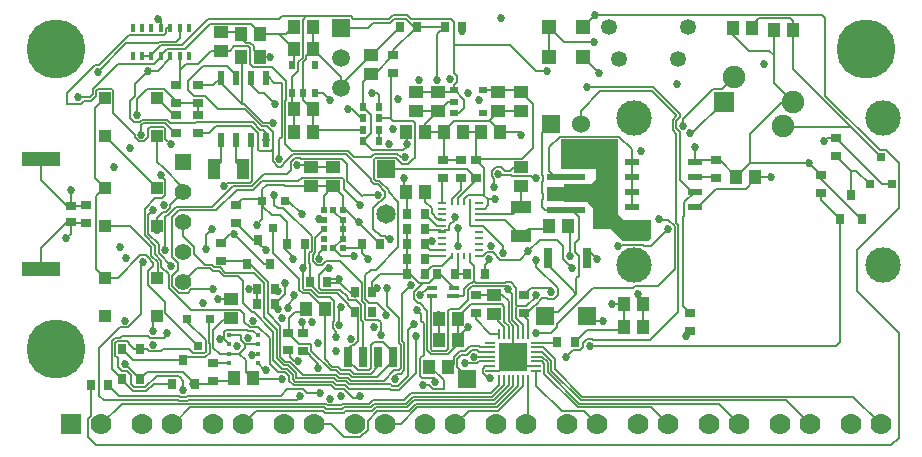
<source format=gtl>
G04*
G04 #@! TF.GenerationSoftware,Altium Limited,CircuitStudio,1.5.2 (1.5.2.30)*
G04*
G04 Layer_Physical_Order=1*
G04 Layer_Color=39423*
%FSAX24Y24*%
%MOIN*%
G70*
G01*
G75*
%ADD10R,0.0709X0.0394*%
%ADD11R,0.1299X0.0197*%
%ADD12R,0.1299X0.0512*%
%ADD13R,0.0197X0.0197*%
%ADD14R,0.0394X0.0138*%
%ADD15R,0.0354X0.0138*%
%ADD16R,0.0315X0.0709*%
%ADD17R,0.0299X0.0299*%
%ADD18R,0.0217X0.0315*%
%ADD19R,0.0315X0.0354*%
%ADD20R,0.0512X0.0236*%
%ADD21R,0.0492X0.0480*%
%ADD22R,0.0236X0.0512*%
%ADD23R,0.0591X0.0591*%
%ADD24R,0.0079X0.0335*%
%ADD25R,0.0335X0.0079*%
%ADD26O,0.0335X0.0079*%
%ADD27R,0.0945X0.0945*%
%ADD28R,0.0138X0.0295*%
%ADD29R,0.1260X0.0512*%
%ADD30R,0.0295X0.0709*%
%ADD31R,0.0266X0.0098*%
%ADD32R,0.0098X0.0226*%
%ADD33R,0.0157X0.0157*%
%ADD34R,0.0236X0.0283*%
%ADD35R,0.0394X0.0512*%
%ADD36R,0.0394X0.0394*%
%ADD37R,0.0354X0.0315*%
%ADD38R,0.0591X0.0591*%
%ADD39R,0.0315X0.0354*%
%ADD40R,0.0512X0.0394*%
%ADD41R,0.0276X0.0354*%
%ADD42R,0.0354X0.0276*%
%ADD43R,0.0315X0.0217*%
%ADD44R,0.0394X0.0709*%
%ADD45C,0.0060*%
%ADD46C,0.0080*%
%ADD47C,0.0530*%
%ADD48C,0.0700*%
%ADD49R,0.0700X0.0700*%
%ADD50C,0.0550*%
%ADD51R,0.0550X0.0550*%
%ADD52C,0.1181*%
%ADD53R,0.0650X0.0650*%
%ADD54C,0.0750*%
%ADD55C,0.1969*%
%ADD56C,0.0591*%
%ADD57C,0.0600*%
%ADD58R,0.0600X0.0600*%
%ADD59C,0.0650*%
%ADD60C,0.0270*%
G36*
X030250Y018000D02*
X030400Y017800D01*
X031350D01*
Y017200D01*
X031250Y017100D01*
X030400D01*
X030000Y017500D01*
X029400D01*
Y018200D01*
X029250Y018350D01*
Y018400D01*
X028450D01*
Y019000D01*
X029350D01*
X029500Y019150D01*
Y019500D01*
X028350D01*
Y020500D01*
X030250D01*
Y018000D01*
D02*
G37*
D10*
X027000Y018242D02*
D03*
Y017258D02*
D03*
D11*
X028500Y018130D02*
D03*
Y019232D02*
D03*
D12*
Y018681D02*
D03*
D13*
X020750Y018130D02*
D03*
X020435D02*
D03*
Y017815D02*
D03*
Y017500D02*
D03*
Y017185D02*
D03*
Y016870D02*
D03*
X020750D02*
D03*
X021065D02*
D03*
Y017185D02*
D03*
Y017500D02*
D03*
Y017815D02*
D03*
Y018130D02*
D03*
D14*
X024754Y015262D02*
D03*
D15*
X024774Y015538D02*
D03*
X024026Y015262D02*
D03*
Y015538D02*
D03*
D16*
X021250Y013250D02*
D03*
X021750D02*
D03*
X022250D02*
D03*
X022750D02*
D03*
D17*
X018750Y017548D02*
D03*
X019124Y018450D02*
D03*
X018376D02*
D03*
X039000Y019902D02*
D03*
X038626Y019000D02*
D03*
X039374D02*
D03*
X016250Y013598D02*
D03*
X016624Y014500D02*
D03*
X015876Y014500D02*
D03*
D18*
X019750Y022028D02*
D03*
X019376D02*
D03*
X020124D02*
D03*
Y022972D02*
D03*
X019376D02*
D03*
D19*
X018250Y017144D02*
D03*
X018624Y016356D02*
D03*
X017876D02*
D03*
X038000Y018644D02*
D03*
X038374Y017856D02*
D03*
X037626D02*
D03*
X015750Y013144D02*
D03*
X016124Y012356D02*
D03*
X015376D02*
D03*
D20*
X032793Y018250D02*
D03*
Y018750D02*
D03*
Y019250D02*
D03*
Y019750D02*
D03*
X030707Y018250D02*
D03*
Y018750D02*
D03*
Y019250D02*
D03*
Y019750D02*
D03*
D21*
X027929Y024250D02*
D03*
X029071D02*
D03*
X027929Y023250D02*
D03*
X029071D02*
D03*
D22*
X018500Y022543D02*
D03*
X018000D02*
D03*
X017500D02*
D03*
X017000D02*
D03*
X018500Y020457D02*
D03*
X018000Y020457D02*
D03*
X017500D02*
D03*
X017000Y020457D02*
D03*
D23*
X029189Y014600D02*
D03*
X027811D02*
D03*
D24*
X026278Y014018D02*
D03*
X026435D02*
D03*
X026593D02*
D03*
X026750D02*
D03*
X026907D02*
D03*
X027065D02*
D03*
X027222D02*
D03*
Y012482D02*
D03*
X027065D02*
D03*
X026907D02*
D03*
X026750D02*
D03*
X026593D02*
D03*
X026435D02*
D03*
X026278D02*
D03*
D25*
X027518Y013722D02*
D03*
Y013565D02*
D03*
Y013407D02*
D03*
Y013250D02*
D03*
Y013093D02*
D03*
Y012935D02*
D03*
Y012778D02*
D03*
X025982D02*
D03*
Y012935D02*
D03*
Y013093D02*
D03*
Y013250D02*
D03*
Y013407D02*
D03*
Y013565D02*
D03*
D26*
Y013722D02*
D03*
D27*
X026750Y013250D02*
D03*
D28*
X015945Y024222D02*
D03*
X015630D02*
D03*
X015315D02*
D03*
X015000D02*
D03*
X014685D02*
D03*
X014370D02*
D03*
X014055D02*
D03*
X015945Y023278D02*
D03*
X015630D02*
D03*
X015315D02*
D03*
X015000D02*
D03*
X014685D02*
D03*
X014370D02*
D03*
X014055D02*
D03*
D29*
X011000Y019831D02*
D03*
Y016169D02*
D03*
D30*
X029190Y016550D02*
D03*
X027910D02*
D03*
D31*
X024386Y016614D02*
D03*
Y016811D02*
D03*
Y017008D02*
D03*
Y017205D02*
D03*
Y017402D02*
D03*
Y017598D02*
D03*
Y017795D02*
D03*
Y017992D02*
D03*
Y018189D02*
D03*
Y018386D02*
D03*
X025614Y016614D02*
D03*
Y016811D02*
D03*
Y017008D02*
D03*
Y017205D02*
D03*
Y017402D02*
D03*
Y017598D02*
D03*
Y017795D02*
D03*
Y017992D02*
D03*
Y018189D02*
D03*
Y018386D02*
D03*
D32*
X025295Y018409D02*
D03*
X025098D02*
D03*
X024902D02*
D03*
X024705D02*
D03*
Y016591D02*
D03*
X024902D02*
D03*
X025098D02*
D03*
X025295D02*
D03*
D33*
X017278Y013972D02*
D03*
Y013657D02*
D03*
Y013343D02*
D03*
Y013028D02*
D03*
X018222D02*
D03*
Y013343D02*
D03*
Y013657D02*
D03*
Y013972D02*
D03*
D34*
X021724Y021573D02*
D03*
Y021191D02*
D03*
Y020809D02*
D03*
Y020427D02*
D03*
X022276Y021573D02*
D03*
Y021191D02*
D03*
Y020809D02*
D03*
Y020427D02*
D03*
D35*
X023185Y020750D02*
D03*
X023815D02*
D03*
X017685Y023250D02*
D03*
X018315D02*
D03*
X019435Y020750D02*
D03*
X020065D02*
D03*
X019435Y021500D02*
D03*
X020065D02*
D03*
X019435Y023500D02*
D03*
X020065D02*
D03*
X019435Y024250D02*
D03*
X020065D02*
D03*
X030435Y014250D02*
D03*
X031065D02*
D03*
X030435Y015000D02*
D03*
X031065D02*
D03*
X024565Y012900D02*
D03*
X023935D02*
D03*
X034815Y019250D02*
D03*
X034185D02*
D03*
X018315Y024000D02*
D03*
X017685D02*
D03*
X020465Y014850D02*
D03*
X019835D02*
D03*
X028565Y017600D02*
D03*
X027935D02*
D03*
X024435Y020750D02*
D03*
X025065D02*
D03*
X026315D02*
D03*
X025685D02*
D03*
X023185Y018750D02*
D03*
X023815D02*
D03*
X018065Y012550D02*
D03*
X017435D02*
D03*
X024915Y013800D02*
D03*
X024285D02*
D03*
X024915Y014500D02*
D03*
X024285D02*
D03*
X036065Y024150D02*
D03*
X035435D02*
D03*
X034715Y024200D02*
D03*
X034085D02*
D03*
D36*
X013134Y014620D02*
D03*
Y015880D02*
D03*
X014866D02*
D03*
Y014620D02*
D03*
X013134Y020620D02*
D03*
Y021880D02*
D03*
X014866D02*
D03*
Y020620D02*
D03*
X013134Y017620D02*
D03*
Y018880D02*
D03*
X014866D02*
D03*
Y017620D02*
D03*
D37*
X012000Y017724D02*
D03*
Y018276D02*
D03*
X019250Y014026D02*
D03*
Y013474D02*
D03*
D38*
X025200Y012500D02*
D03*
X022500Y019500D02*
D03*
X021000Y024200D02*
D03*
D39*
X022974Y024250D02*
D03*
X023526D02*
D03*
X019974Y015750D02*
D03*
X020526D02*
D03*
D40*
X023500Y022065D02*
D03*
Y021435D02*
D03*
X024250Y022065D02*
D03*
X024250Y021435D02*
D03*
X026250Y022065D02*
D03*
Y021435D02*
D03*
X027000Y022065D02*
D03*
Y021435D02*
D03*
X026100Y014685D02*
D03*
Y015315D02*
D03*
X017000Y023435D02*
D03*
Y024065D02*
D03*
X027000Y019565D02*
D03*
Y018935D02*
D03*
X017350Y014535D02*
D03*
Y015165D02*
D03*
X020000Y018935D02*
D03*
Y019565D02*
D03*
X020750Y018935D02*
D03*
Y019565D02*
D03*
X022000Y022685D02*
D03*
Y023315D02*
D03*
D41*
X025045Y024250D02*
D03*
X024455D02*
D03*
X018205Y015500D02*
D03*
X018795D02*
D03*
X012655Y012300D02*
D03*
X013245D02*
D03*
X021455Y015400D02*
D03*
X022045D02*
D03*
X028795Y013750D02*
D03*
X028205D02*
D03*
X023205Y017000D02*
D03*
X023795D02*
D03*
X023205Y017500D02*
D03*
X023795D02*
D03*
X023205Y016000D02*
D03*
X023795D02*
D03*
X023205Y016500D02*
D03*
X023795D02*
D03*
X024205Y016000D02*
D03*
X024795D02*
D03*
X023795Y018000D02*
D03*
X023205D02*
D03*
X025205Y016000D02*
D03*
X025795D02*
D03*
X019205Y017000D02*
D03*
X019795D02*
D03*
X022295Y017000D02*
D03*
X021705D02*
D03*
X014295Y013500D02*
D03*
X013705D02*
D03*
X013705Y012500D02*
D03*
X014295D02*
D03*
X021455Y014750D02*
D03*
X022045D02*
D03*
X018205Y015000D02*
D03*
X018795D02*
D03*
D42*
X016250Y021705D02*
D03*
Y022295D02*
D03*
X016250Y021295D02*
D03*
Y020705D02*
D03*
X019750Y014045D02*
D03*
Y013455D02*
D03*
X015500Y021295D02*
D03*
Y020705D02*
D03*
X033500Y019205D02*
D03*
Y019795D02*
D03*
X027100Y014705D02*
D03*
Y015295D02*
D03*
X025500Y019795D02*
D03*
Y019205D02*
D03*
X015500Y021705D02*
D03*
Y022295D02*
D03*
X025000Y019205D02*
D03*
Y019795D02*
D03*
X024400Y019205D02*
D03*
Y019795D02*
D03*
X016750Y013045D02*
D03*
Y012455D02*
D03*
X037500Y020545D02*
D03*
Y019955D02*
D03*
X037000Y018705D02*
D03*
Y019295D02*
D03*
X012500Y018295D02*
D03*
Y017705D02*
D03*
X017500Y018295D02*
D03*
Y017705D02*
D03*
X022750Y023295D02*
D03*
Y022705D02*
D03*
X017000Y016455D02*
D03*
Y017045D02*
D03*
X025500Y014705D02*
D03*
Y015295D02*
D03*
X032650Y014105D02*
D03*
Y014695D02*
D03*
D43*
X024778Y021750D02*
D03*
Y022124D02*
D03*
Y021376D02*
D03*
X025722D02*
D03*
Y022124D02*
D03*
D44*
X016758Y019500D02*
D03*
X017742D02*
D03*
D45*
X032495Y013950D02*
X032650Y014105D01*
X032700Y018750D02*
X032792D01*
X032400Y014945D02*
X032650Y014695D01*
X032400Y014945D02*
Y017900D01*
X032450Y017950D01*
X032125Y016175D02*
Y017593D01*
X031918Y017800D02*
X032125Y017593D01*
X032180Y017708D02*
X032245Y017643D01*
Y014745D02*
Y017643D01*
X031350Y016950D02*
X031900Y017500D01*
X031600Y017800D02*
Y017850D01*
X032450Y017950D02*
Y018089D01*
X032447Y018092D02*
X032450Y018089D01*
X032447Y018092D02*
Y018405D01*
X032792Y018750D01*
X032793D01*
X036020Y024650D02*
X036024Y024646D01*
X029471Y024650D02*
X036020D01*
X035970Y024530D02*
X036065Y024435D01*
X034600Y023450D02*
X035285D01*
X034085Y023965D02*
X034600Y023450D01*
X034085Y023965D02*
Y024300D01*
X036065Y022837D02*
Y024435D01*
X034715Y024300D02*
X034945Y024530D01*
X035970D01*
X035285Y023450D02*
X035435Y023300D01*
Y024300D01*
Y022385D02*
Y023300D01*
Y022385D02*
X036070Y021750D01*
X036065Y022837D02*
X038002Y020900D01*
X037150Y021950D02*
X038959Y020141D01*
X037150Y021950D02*
Y024545D01*
X037049Y024646D02*
X037150Y024545D01*
X036024Y024646D02*
X037049D01*
X039187Y020141D02*
X039614Y019714D01*
X038959Y020141D02*
X039187D01*
X019139Y018949D02*
X019986D01*
X019587Y019102D02*
X019707Y019222D01*
X019156Y019102D02*
X019587D01*
X019149Y019108D02*
X019156Y019102D01*
X018368Y019108D02*
X019149D01*
X019190Y019335D02*
X019325Y019470D01*
X018425Y019335D02*
X019190D01*
X019000Y019582D02*
X019175Y019757D01*
X018900Y019582D02*
X019000D01*
X018725Y019757D02*
X018900Y019582D01*
X018950Y019850D02*
Y020500D01*
X019100Y018988D02*
X019139Y018949D01*
X018538Y018988D02*
X019100D01*
X019086Y018198D02*
X020023Y017261D01*
X019205Y017000D02*
Y017740D01*
X018987Y017958D02*
X019205Y017740D01*
X025369Y015722D02*
X025433Y015786D01*
X024754Y015262D02*
X025062D01*
X025315Y015722D02*
X025369D01*
X025113Y015520D02*
X025315Y015722D01*
X025113Y015313D02*
Y015520D01*
X025062Y015262D02*
X025113Y015313D01*
X024646Y014846D02*
X024946D01*
X024572Y014772D02*
X024646Y014846D01*
X024572Y013507D02*
Y014772D01*
X024946Y014846D02*
X025233Y015133D01*
X024915Y014562D02*
X025353Y015000D01*
X024915Y014500D02*
Y014562D01*
X023205Y017000D02*
Y017500D01*
X022915Y016896D02*
Y018423D01*
X022165Y016145D02*
X022915Y016896D01*
X022553Y017184D02*
X022628D01*
X021600Y017695D02*
X022295Y017000D01*
X021600Y017695D02*
Y017750D01*
X022524Y014945D02*
Y015549D01*
X020311Y017930D02*
X020426Y017815D01*
X020270Y017837D02*
Y017889D01*
X020311Y017930D01*
X020435Y018620D02*
X020750Y018935D01*
X020435Y018130D02*
Y018620D01*
X019250Y018450D02*
X019700Y018000D01*
X019707Y019222D02*
X021043D01*
X020000Y018935D02*
X020750D01*
X019666Y019852D02*
X021043D01*
X019643Y019875D02*
X019666Y019852D01*
X019457Y019875D02*
X019643D01*
X019325Y019743D02*
X019457Y019875D01*
X019325Y019470D02*
Y019743D01*
X019407Y019995D02*
X021173D01*
X019175Y019763D02*
X019407Y019995D01*
X019175Y019757D02*
Y019763D01*
X019385Y020115D02*
X021223D01*
X019148Y020352D02*
X019385Y020115D01*
X019550Y019650D02*
X019915D01*
X021043Y019222D02*
X021096Y019169D01*
X020426Y017815D02*
X020435D01*
X020750Y018121D02*
X021056Y017815D01*
X022085Y017515D02*
X022333Y017267D01*
X022085Y017515D02*
Y018217D01*
X018748Y016694D02*
X019607Y015835D01*
X018748Y016694D02*
Y017597D01*
X018097Y016050D02*
X018447Y015699D01*
X017150Y016050D02*
X018097D01*
X017725Y015037D02*
Y015770D01*
X017565Y015930D02*
X017725Y015770D01*
X017100Y015930D02*
X017565D01*
X017725Y015037D02*
X018030Y014733D01*
X017057Y014822D02*
X017643D01*
X017170Y014150D02*
X017872D01*
X017615Y013343D02*
X017809Y013537D01*
X018250Y014230D02*
X018623Y013857D01*
X017962Y014230D02*
X018250D01*
X017782Y014409D02*
X017962Y014230D01*
X018205Y015000D02*
Y015500D01*
X017950D02*
X018205D01*
X018447Y014567D02*
Y015699D01*
X018567Y014698D02*
Y015749D01*
X017960Y016356D02*
X018567Y015749D01*
X017876Y016356D02*
X017960D01*
X019150Y015355D02*
Y015700D01*
X018795Y015000D02*
X019150Y015355D01*
X019150Y016830D02*
X019407Y016574D01*
X020023Y016786D02*
Y017261D01*
X018903Y018198D02*
X019086D01*
X020750Y018935D02*
X021065Y018620D01*
X021096Y018854D02*
Y019169D01*
X021216Y019102D02*
X021718Y018600D01*
X021216Y019102D02*
Y019679D01*
X021043Y019852D02*
X021216Y019679D01*
X021173Y019995D02*
X021995Y019173D01*
X021438Y019900D02*
X022012D01*
X021223Y020115D02*
X021438Y019900D01*
X021096Y018854D02*
X021650Y018300D01*
X021065Y018130D02*
Y018620D01*
X021768Y018650D02*
X022250D01*
X021718Y018600D02*
X021768Y018650D01*
X022118Y018995D02*
X022223D01*
X021995Y019118D02*
X022118Y018995D01*
X021995Y019118D02*
Y019173D01*
X022273Y019115D02*
X022595Y018793D01*
X022167Y019115D02*
X022273D01*
X022115Y019167D02*
X022167Y019115D01*
X022115Y019167D02*
Y019833D01*
X022223Y018995D02*
X022475Y018743D01*
X022012Y019900D02*
X022118Y020005D01*
X022115Y019833D02*
X022167Y019885D01*
X022833D01*
X022500Y019500D02*
X025205D01*
X022085Y018217D02*
X022293Y018425D01*
X022343D01*
X022475Y018557D01*
Y018743D01*
X022595Y018743D02*
X022915Y018423D01*
X022595Y018743D02*
Y018793D01*
X018405Y018253D02*
X018700Y017958D01*
X018779Y018322D02*
Y018643D01*
Y018322D02*
X018903Y018198D01*
X018700Y017958D02*
X018987D01*
X021011Y016600D02*
X021450D01*
X020750Y016861D02*
X021011Y016600D01*
X020975Y016425D02*
X021697Y015703D01*
X020750Y016879D02*
X021056Y017185D01*
X021705Y016695D02*
X021900Y016500D01*
X021705Y016695D02*
Y016997D01*
X021817Y015186D02*
Y015964D01*
X021999Y016145D01*
X022165D01*
X022194Y015535D02*
X022200Y015528D01*
X022295Y016000D02*
X023205D01*
X022500Y014650D02*
Y014738D01*
X022235Y014483D02*
X022325Y014393D01*
Y013975D02*
Y014393D01*
X022050Y014750D02*
X022150D01*
X021803Y014513D02*
Y015014D01*
Y014513D02*
X021833Y014483D01*
X022235D01*
X021683Y014463D02*
Y014964D01*
X021455Y014750D02*
X021563Y014642D01*
Y013956D02*
Y014642D01*
X021683Y014463D02*
X021750Y014396D01*
Y013250D02*
Y014396D01*
X023050Y015336D02*
X023342Y015628D01*
X023654Y015304D02*
Y015304D01*
X023643Y015025D02*
X023878Y014790D01*
X023568Y015025D02*
X023643D01*
X023425Y015168D02*
X023568Y015025D01*
X023550Y014800D02*
X023675Y014675D01*
X023425Y015168D02*
Y015393D01*
X023435Y015403D01*
X023435D01*
X023729Y015697D01*
X023591D02*
X023729D01*
X023288Y016000D02*
X023591Y015697D01*
X022045Y015750D02*
X022295Y016000D01*
X023998Y013507D02*
Y015234D01*
X024285Y014500D02*
Y014635D01*
X022400Y013750D02*
X022750Y013400D01*
X022100Y013750D02*
X022400D01*
X023878Y013457D02*
Y014790D01*
X023237Y014137D02*
X023450Y014350D01*
X020435Y017815D02*
X020450Y017800D01*
X019450Y015206D02*
Y015300D01*
X019607Y015486D02*
X019730Y015363D01*
X019607Y015486D02*
Y015835D01*
X019727Y015536D02*
Y016227D01*
Y015536D02*
X019780Y015483D01*
X019991D01*
X019230Y014884D02*
Y014986D01*
X019450Y015206D01*
X019795Y016249D02*
Y017000D01*
X019750Y016204D02*
X019795Y016249D01*
X019727Y016227D02*
X019750Y016204D01*
X019975Y015751D02*
Y016343D01*
X019938Y016381D02*
X019975Y016343D01*
X019938Y016381D02*
Y016700D01*
X020058Y016430D02*
Y016650D01*
Y016430D02*
X020195Y016293D01*
X020375D01*
X020283Y016523D02*
Y016718D01*
X020626Y015850D02*
X020950D01*
Y014850D02*
X021000Y014900D01*
X020950Y014300D02*
Y014850D01*
X020725Y014207D02*
X020852Y014080D01*
Y013902D02*
Y014080D01*
X021575Y013757D02*
Y013943D01*
X021443Y013625D02*
X021575Y013757D01*
X021375Y013625D02*
X021443D01*
X021250Y013500D02*
X021375Y013625D01*
X019407Y016523D02*
Y016574D01*
X019730Y015363D02*
X019942D01*
X020278Y015964D02*
X020514Y016200D01*
X020278Y015536D02*
Y015964D01*
X021997Y013647D02*
X022100Y013750D01*
X021563Y013956D02*
X021575Y013943D01*
X021697Y015119D02*
X021803Y015014D01*
X021997Y012858D02*
Y013647D01*
X014459Y018177D02*
X014814Y018532D01*
X015039D01*
X015153Y018646D01*
X015438Y018188D02*
X015500Y018250D01*
X015438Y018164D02*
Y018188D01*
X015236Y017962D02*
X015438Y018164D01*
X015212Y017962D02*
X015236D01*
X015153Y017903D02*
X015212Y017962D01*
X015318Y018318D02*
X015750Y018750D01*
X015318Y018214D02*
Y018318D01*
X015186Y018082D02*
X015318Y018214D01*
X015082Y018082D02*
X015186D01*
X014866Y017866D02*
X015082Y018082D01*
X015385Y017901D02*
X015614Y018130D01*
X015385Y016565D02*
Y017901D01*
X015500Y018250D02*
X016718D01*
X015614Y018130D02*
X016840D01*
X015153Y016803D02*
Y017903D01*
X014866Y017620D02*
Y017866D01*
X014579Y017979D02*
X014728Y018128D01*
X018315Y023250D02*
X018650D01*
X016923Y016107D02*
X017100Y015930D01*
X021000Y022315D02*
Y022565D01*
Y022200D02*
Y022315D01*
X022000Y023315D01*
X013100Y011800D02*
X015576D01*
X013688Y011680D02*
X015526D01*
X013008Y011000D02*
X013688Y011680D01*
X012950Y011950D02*
X013100Y011800D01*
X018500Y020457D02*
X018500Y020457D01*
X018250Y020150D02*
Y020708D01*
Y020150D02*
X018289Y020111D01*
X018008Y020950D02*
X018250Y020708D01*
X018725Y020180D02*
Y020733D01*
X018528Y020930D02*
X018725Y020733D01*
X018950Y020500D02*
X019028Y020578D01*
X018367Y020930D02*
X018528D01*
X019028Y020578D02*
Y022243D01*
X018000Y020457D02*
X018029Y020428D01*
Y019108D02*
Y020428D01*
X019148Y020352D02*
Y021793D01*
X018436Y022055D02*
X018803Y021688D01*
X019168Y021813D02*
Y022425D01*
X019148Y021793D02*
X019168Y021813D01*
X018417Y021050D02*
X018750D01*
X018500Y020457D02*
Y020720D01*
X018410Y020810D02*
X018500Y020720D01*
X018318Y020810D02*
X018410D01*
X030050Y015000D02*
X030435D01*
X025045Y024095D02*
Y024250D01*
X024778Y023650D02*
X026650D01*
X025450Y013250D02*
X025982D01*
X025150Y013050D02*
X025175Y013025D01*
X024569Y013334D02*
X024915Y013680D01*
X020058Y016650D02*
X020143Y016736D01*
Y017217D01*
X019938Y016700D02*
X020023Y016786D01*
X020375Y016293D02*
X020507Y016425D01*
X020283Y016718D02*
X020435Y016870D01*
X021724Y020427D02*
X021730D01*
X022000Y020698D01*
Y021302D01*
X021730Y021573D02*
X022000Y021302D01*
X021724Y021573D02*
X021730D01*
X017825Y012740D02*
X018065Y012500D01*
X019050D01*
X018893Y012725D02*
X019143D01*
X019275Y012593D01*
Y012448D02*
Y012593D01*
Y012448D02*
X019428Y012295D01*
X020676D01*
X019292Y013085D02*
X019722Y012655D01*
X020825D01*
X019428Y013122D02*
X019574D01*
X019296Y013254D02*
X019428Y013122D01*
X019147Y013085D02*
X019292D01*
X018983Y013249D02*
X019147Y013085D01*
X019515Y012547D02*
X019527Y012535D01*
X019515Y012547D02*
Y012693D01*
X019243Y012965D02*
X019515Y012693D01*
X019097Y012965D02*
X019243D01*
X018863Y013199D02*
X019097Y012965D01*
X019395Y012497D02*
X019477Y012415D01*
X019395Y012497D02*
Y012643D01*
X019193Y012845D02*
X019395Y012643D01*
X019047Y012845D02*
X019193D01*
X018743Y013150D02*
X019047Y012845D01*
X020426Y017500D02*
X020435D01*
X020143Y017217D02*
X020426Y017500D01*
X019124Y018450D02*
X019250D01*
X018250Y017050D02*
X018500Y016800D01*
X018250Y017050D02*
Y017144D01*
X018026Y018936D02*
X018425Y019335D01*
X018076Y018816D02*
X018368Y019108D01*
X018376Y018826D02*
X018538Y018988D01*
X019986Y018949D02*
X020000Y018935D01*
X018200Y017650D02*
X018376Y017826D01*
Y018500D01*
Y018826D01*
X018405Y018253D02*
Y018471D01*
X018376Y018500D02*
X018405Y018471D01*
X017525Y018816D02*
X018076D01*
X017400Y018936D02*
X018026D01*
X017976Y019056D02*
X018029Y019108D01*
X017206Y019056D02*
X017976D01*
X019150Y016830D02*
Y017000D01*
X018748Y017597D02*
X018750Y017598D01*
X022045Y015535D02*
Y015750D01*
X022150Y014750D02*
X022150Y014750D01*
X021697Y015119D02*
Y015703D01*
X021517Y015130D02*
X021683Y014964D01*
X021282Y015130D02*
X021517D01*
X021225Y015187D02*
X021282Y015130D01*
X021225Y015187D02*
Y015225D01*
X020967Y015483D02*
X021225Y015225D01*
Y014980D02*
X021455Y014750D01*
X021225Y014980D02*
Y014993D01*
X020855Y015363D02*
X021225Y014993D01*
X020775Y014443D02*
Y015120D01*
X021705Y016997D02*
Y017000D01*
X021065Y016870D02*
X021578D01*
X021705Y016997D01*
X021165Y018130D02*
X021600Y017695D01*
X021065Y018130D02*
X021165D01*
X025205Y019500D02*
X025500Y019205D01*
X023100Y018835D02*
Y019200D01*
X023205Y016000D02*
X023288D01*
X023100Y018835D02*
X023185Y018750D01*
X023205Y018730D01*
Y018000D02*
Y018730D01*
X024381Y016267D02*
X024705Y016591D01*
X024030Y016267D02*
X024381D01*
X025746Y016614D02*
X025857Y016725D01*
X025614Y016614D02*
X025746D01*
X025950Y016450D02*
Y016500D01*
X025795Y016295D02*
X025950Y016450D01*
X026057Y016725D02*
X026307Y016475D01*
X025857Y016725D02*
X026057D01*
X025795Y016000D02*
Y016295D01*
X026833Y014985D02*
Y015548D01*
X026656Y015725D02*
X026833Y015548D01*
X026470Y015725D02*
X026656D01*
X026466Y015722D02*
X026470Y015725D01*
X025364Y015602D02*
X026461D01*
X026563Y015500D01*
X026713Y015350D01*
Y014480D02*
Y015350D01*
X026307Y016475D02*
X026959D01*
X027242Y016758D01*
X025496Y015722D02*
X026466D01*
X026385Y015315D02*
X026593Y015107D01*
Y014430D02*
Y015107D01*
X025353Y015000D02*
X026365D01*
X026446Y014919D01*
Y014407D02*
Y014919D01*
X026100Y015315D02*
X026385D01*
X026833Y014985D02*
X026886Y014933D01*
X025433Y015786D02*
X025496Y015722D01*
X025233Y015470D02*
X025364Y015602D01*
X026400Y016700D02*
Y016925D01*
X027242Y016758D02*
X027634Y017150D01*
X026750Y013450D02*
Y014018D01*
Y013250D02*
Y013450D01*
X023729Y015697D02*
X023934D01*
X024900Y016950D02*
Y017550D01*
X025727Y017598D02*
X026400Y016925D01*
X023934Y015697D02*
X024205Y015967D01*
X025295Y017655D02*
Y018409D01*
X024800Y017816D02*
Y017900D01*
X023895Y017100D02*
X024050D01*
X015732Y012132D02*
Y012412D01*
X015750Y012430D01*
X015427Y011000D02*
X015987Y011560D01*
X015370Y011000D02*
X015427D01*
X015938Y011680D02*
X020502D01*
X015987Y011560D02*
X020452D01*
X015925Y011667D02*
X015938Y011680D01*
X015539Y011667D02*
X015925D01*
X015526Y011680D02*
X015539Y011667D01*
X015576Y011800D02*
X015589Y011787D01*
X015875D01*
X015888Y011800D01*
X019550D01*
X015868Y011950D02*
X018988D01*
X015825Y011907D02*
X015868Y011950D01*
X015639Y011907D02*
X015825D01*
X015596Y011950D02*
X015639Y011907D01*
X015623Y012557D02*
X015750Y012430D01*
X015623Y012557D02*
Y012571D01*
X015571Y012623D02*
X015623Y012571D01*
X014861Y012623D02*
X015571D01*
X015737Y012743D02*
X016090Y012390D01*
X014295Y012500D02*
X014539Y012743D01*
X015737D01*
X014764Y012356D02*
X015376D01*
X013530Y013233D02*
X013564D01*
X013477Y013286D02*
X013530Y013233D01*
X013477Y013286D02*
Y013714D01*
X013530Y013767D01*
X013648Y014225D02*
X013893D01*
X012950Y011950D02*
Y013527D01*
X013648Y014225D01*
X013650Y013887D02*
X013700Y013938D01*
X013480Y013887D02*
X013650D01*
X013530Y013767D02*
X013880D01*
X013933Y013714D01*
Y013667D02*
Y013714D01*
Y013667D02*
X014100Y013500D01*
X014295D01*
X014866Y019750D02*
Y020620D01*
X015093Y019525D02*
X015750Y018868D01*
X014866Y019750D02*
X015091Y019525D01*
X015093D01*
X015750Y018750D02*
Y018868D01*
X016840Y018130D02*
X017525Y018816D01*
X016718Y018250D02*
X017325Y018857D01*
Y018861D01*
X017400Y018936D01*
X017100Y018950D02*
X017206Y019056D01*
X014561Y016558D02*
X014565D01*
X014493Y016625D02*
X014561Y016558D01*
X014307Y016625D02*
X014493D01*
X013562Y015880D02*
X014307Y016625D01*
X013893Y014225D02*
X014350Y014682D01*
Y016350D02*
X014400Y016400D01*
X014350Y014682D02*
Y016350D01*
X014866Y017484D02*
Y017620D01*
X014579Y017348D02*
Y017979D01*
X014459Y017298D02*
Y018177D01*
X014579Y017348D02*
X014925Y017002D01*
X014459Y017298D02*
X014805Y016953D01*
X015150Y016800D02*
X015153Y016803D01*
X023500Y021435D02*
X024250D01*
X021724Y022409D02*
X022000Y022685D01*
X021724Y021573D02*
Y022409D01*
X020065Y023500D02*
X021000Y022565D01*
X023351Y012040D02*
X026000D01*
X023111Y011800D02*
X023351Y012040D01*
X022064Y011800D02*
X023111D01*
X021944Y011680D02*
X022064Y011800D01*
X021048Y011680D02*
X021944D01*
X020993Y011625D02*
X021048Y011680D01*
X023400Y011920D02*
X026049D01*
X023160Y011680D02*
X023400Y011920D01*
X022114Y011680D02*
X023160D01*
X021994Y011560D02*
X022114Y011680D01*
X021098Y011560D02*
X021994D01*
X021043Y011505D02*
X021098Y011560D01*
X021148Y011440D02*
X022044D01*
X021093Y011385D02*
X021148Y011440D01*
X023450Y011800D02*
X026099D01*
X023210Y011560D02*
X023450Y011800D01*
X022164Y011560D02*
X023210D01*
X022044Y011440D02*
X022164Y011560D01*
X023500Y011680D02*
X026149D01*
X023260Y011440D02*
X023500Y011680D01*
X022213Y011440D02*
X023260D01*
X021897Y011123D02*
X022213Y011440D01*
X023550Y011560D02*
X026198D01*
X022990Y011000D02*
X023550Y011560D01*
X022457Y011000D02*
X022990D01*
X021897Y010818D02*
Y011123D01*
X021639Y010560D02*
X021897Y010818D01*
X020673Y011000D02*
X021113Y010560D01*
X020094Y011000D02*
X020673D01*
X022893Y012275D02*
X023237Y012619D01*
X022707Y012275D02*
X022893D01*
X022656Y012326D02*
X022707Y012275D01*
X021283Y012326D02*
X022656D01*
X022800Y012500D02*
Y012600D01*
X022945Y012806D02*
X022997Y012858D01*
X022787Y012806D02*
X022945D01*
X022427Y012446D02*
X022787Y012806D01*
X022943Y012155D02*
X023500Y012712D01*
X023237Y012619D02*
Y014137D01*
X023500Y012712D02*
Y013950D01*
X022205Y012566D02*
X022750Y013111D01*
Y013250D01*
X021383Y012566D02*
X022205D01*
X021333Y012446D02*
X022427D01*
X022657Y012155D02*
X022943D01*
X021507Y012175D02*
X022637D01*
X022657Y012155D01*
X020986Y012664D02*
X021285D01*
X021383Y012566D01*
X020937Y012544D02*
X021235D01*
X021333Y012446D01*
X020825Y012655D02*
X020937Y012544D01*
X020887Y012424D02*
X021185D01*
X019527Y012535D02*
X020776D01*
X020887Y012424D01*
X019477Y012415D02*
X020726D01*
X020837Y012304D01*
X020676Y012295D02*
X020796Y012175D01*
X019213D02*
X019743D01*
X018988Y011950D02*
X019213Y012175D01*
X019743D02*
X019868Y012050D01*
X020300D01*
X020465Y014350D02*
Y014850D01*
Y014350D02*
X020475Y014340D01*
X022750Y013250D02*
Y013400D01*
X021945Y012806D02*
X021997Y012858D01*
X021555Y012806D02*
X021945D01*
X021536Y012825D02*
X021555Y012806D01*
X021185Y012424D02*
X021283Y012326D01*
X021994Y012686D02*
X022250Y012941D01*
X021313Y012805D02*
X021432Y012686D01*
X021994D01*
X021525Y012825D02*
X021536D01*
X021250Y013100D02*
X021525Y012825D01*
X021250Y013100D02*
Y013250D01*
X021502Y012170D02*
X021507Y012175D01*
X021015Y012805D02*
X021313D01*
X021135Y012304D02*
X021269Y012170D01*
X020837Y012304D02*
X021135D01*
X021093Y012175D02*
X021393Y011875D01*
X020796Y012175D02*
X021093D01*
X020457Y011385D02*
X021093D01*
X020507Y011505D02*
X021043D01*
X020557Y011625D02*
X020993D01*
X021393Y011875D02*
X021525D01*
X020850Y012800D02*
X020986Y012664D01*
X020900Y012920D02*
X021015Y012805D01*
X020712Y012920D02*
X020900D01*
X020502Y011680D02*
X020557Y011625D01*
X020452Y011560D02*
X020507Y011505D01*
X020402Y011440D02*
X020457Y011385D01*
X018172Y011440D02*
X020402D01*
X021113Y010560D02*
X021639D01*
X012836Y010300D02*
X039350D01*
X021269Y012170D02*
X021502D01*
X019974Y015670D02*
Y015750D01*
Y015670D02*
X020281Y015363D01*
X020855D01*
X020231Y015243D02*
X020652D01*
X019991Y015483D02*
X020231Y015243D01*
X019942Y015363D02*
X020455Y014850D01*
X020465D01*
X020331Y015483D02*
X020967D01*
X020278Y015536D02*
X020331Y015483D01*
X020982Y015723D02*
X021455Y015250D01*
X020553Y015723D02*
X020982D01*
X020652Y015243D02*
X020775Y015120D01*
X020526Y015750D02*
X020553Y015723D01*
X021250Y013250D02*
Y013500D01*
X021953Y015050D02*
X022188D01*
X021817Y015186D02*
X021953Y015050D01*
X022045Y014750D02*
X022150D01*
X022188Y015050D02*
X022500Y014738D01*
X020850Y013900D02*
X020852Y013902D01*
X019482Y014750D02*
X019935D01*
X019275Y014543D02*
X019482Y014750D01*
X019275Y014051D02*
Y014543D01*
X018567Y014698D02*
X018983Y014282D01*
X018095Y014733D02*
X018743Y014085D01*
X022524Y014945D02*
X022930Y014538D01*
Y013709D02*
Y014538D01*
X023050Y013759D02*
Y015336D01*
X022930Y013709D02*
X022997Y013642D01*
X019250Y014026D02*
X019593Y013683D01*
X019964D01*
X020017Y013630D01*
Y013445D02*
Y013630D01*
Y013445D02*
X020662Y012800D01*
X020850D01*
X020475Y013157D02*
Y014340D01*
Y013157D02*
X020712Y012920D01*
X019750Y013455D02*
X019838D01*
X019983Y013310D01*
Y013280D02*
Y013310D01*
Y013280D02*
X020250Y013012D01*
X020725Y014393D02*
X020775Y014443D01*
X020725Y014207D02*
Y014393D01*
X022250Y012941D02*
Y013250D01*
X022997Y012858D02*
Y013642D01*
X020526Y015750D02*
X020626Y015850D01*
X020253Y012890D02*
Y012964D01*
X020227Y012990D02*
X020253Y012964D01*
X018447Y014567D02*
X018863Y014152D01*
X018743Y013150D02*
Y014085D01*
X019250Y014026D02*
X019275Y014051D01*
X018983Y013249D02*
Y014282D01*
X018863Y013199D02*
Y014152D01*
X019296Y013254D02*
Y013429D01*
X018623Y012995D02*
X018893Y012725D01*
X018623Y012995D02*
Y013857D01*
X018450Y012800D02*
X018500D01*
X016750Y013550D02*
X016957Y013343D01*
X017278D01*
X016965Y013835D02*
X017100D01*
X016740Y013742D02*
Y014140D01*
X016620Y013692D02*
Y014496D01*
X022589Y020298D02*
Y020350D01*
X022026Y020125D02*
X023075D01*
X022118Y020005D02*
X022882D01*
X022833Y019885D02*
X023043Y019675D01*
X022736Y021096D02*
X023419D01*
X022882Y020005D02*
X022988Y019900D01*
X023150D01*
X023243Y019675D02*
X023440Y019872D01*
X023043Y019675D02*
X023243D01*
X022641Y021191D02*
X022736Y021096D01*
X023200Y020250D02*
Y020350D01*
Y020735D01*
X023472Y019872D02*
Y021043D01*
X023075Y020125D02*
X023200Y020250D01*
X023440Y019872D02*
X023472D01*
X023185Y020750D02*
X023200Y020735D01*
X023419Y021096D02*
X023472Y021043D01*
X022050Y022050D02*
X022200D01*
X022276Y021974D01*
X019750Y014045D02*
Y014300D01*
X017450Y017350D02*
X018444Y016356D01*
X017809Y013657D02*
X018222D01*
X017809Y013537D02*
Y013657D01*
X017615Y013343D02*
X017825Y013132D01*
Y012740D02*
Y013132D01*
X017278Y013343D02*
X017615D01*
X016750Y013550D02*
Y013732D01*
X016740Y013742D02*
X016750Y013732D01*
X016620Y013692D02*
X016624Y013688D01*
Y013376D02*
Y013688D01*
X016490Y013412D02*
Y013797D01*
X016487Y013239D02*
X016624Y013376D01*
X016437Y013359D02*
X016490Y013412D01*
X016063Y013359D02*
X016437D01*
X017675Y013792D02*
X017809Y013657D01*
X017675Y013792D02*
Y013943D01*
X017912Y014110D02*
X018085D01*
X017872Y014150D02*
X017912Y014110D01*
X018030Y014733D02*
X018095D01*
X017646Y013972D02*
X017675Y013943D01*
X016740Y014140D02*
X017060Y014460D01*
X017109Y014088D02*
X017170Y014150D01*
X017109Y013844D02*
Y014088D01*
X015876Y014410D02*
X016490Y013797D01*
X016014Y014800D02*
X017035D01*
X016016Y015500D02*
X016750D01*
X015901Y015385D02*
X016016Y015500D01*
X016915Y015165D02*
X017350D01*
X017100Y013835D02*
X017109Y013844D01*
X016620Y014496D02*
X016624Y014500D01*
X023795Y017459D02*
X024328D01*
X024386Y017402D02*
X024443Y017459D01*
X024609D01*
Y017624D01*
X024800Y017816D01*
X024197Y017598D02*
X024386D01*
X023795Y018000D02*
X024197Y017598D01*
X025000Y018798D02*
Y019205D01*
X024705Y018502D02*
X025000Y018798D01*
X025295Y017655D02*
X025352Y017598D01*
X025614D01*
X020227Y012990D02*
X020250Y013012D01*
X017782Y014409D02*
Y014683D01*
X017643Y014822D02*
X017782Y014683D01*
X023758Y013303D02*
Y014360D01*
X023675Y014443D02*
X023758Y014360D01*
X023675Y014443D02*
Y014675D01*
X018085Y014110D02*
X018222Y013972D01*
X017035Y014800D02*
X017057Y014822D01*
X017278Y013972D02*
X017646D01*
X017060Y014460D02*
X017310D01*
X024778Y022691D02*
Y023650D01*
Y022691D02*
X024875Y022594D01*
Y022407D02*
Y022594D01*
X024778Y022310D02*
X024875Y022407D01*
X024778Y022124D02*
Y022310D01*
X024217Y024012D02*
X024455Y024250D01*
X024217Y022467D02*
Y024012D01*
X018795Y015000D02*
X018900Y014895D01*
X018444Y016356D02*
X018624D01*
X022675Y022630D02*
X022750Y022705D01*
X022675Y021225D02*
Y022630D01*
X022641Y021191D02*
X022675Y021225D01*
X022276Y021573D02*
Y021974D01*
X021666Y021191D02*
X021724D01*
X021357Y021500D02*
X021666Y021191D01*
X021250Y021500D02*
X021357D01*
X019722Y024487D02*
X019831Y024596D01*
X019031D02*
X019831D01*
X019722Y023207D02*
Y024487D01*
X021322Y024596D02*
X021418Y024500D01*
X019831Y024596D02*
X021322D01*
X018935Y024500D02*
X019031Y024596D01*
X019574Y023059D02*
X019722Y023207D01*
X019574Y022778D02*
Y023059D01*
X019376Y022579D02*
X019574Y022778D01*
X019376Y022028D02*
Y022579D01*
X019842Y023277D02*
X020065Y023500D01*
X019842Y023157D02*
Y023277D01*
X019750Y023065D02*
X019842Y023157D01*
X019750Y022028D02*
Y023065D01*
X019185Y024000D02*
X019435Y024250D01*
X018935Y024000D02*
X019185D01*
X024386Y018386D02*
Y019191D01*
X023654Y015304D02*
X023888Y015538D01*
X019650Y011900D02*
Y011950D01*
X015075Y013500D02*
X015922D01*
X015000Y013425D02*
X015075Y013500D01*
X015922D02*
X016063Y013359D01*
X015845Y013239D02*
X016487D01*
X015750Y013144D02*
X015845Y013239D01*
X014605Y013425D02*
X015000D01*
X014530Y013500D02*
X014605Y013425D01*
X014295Y013500D02*
X014530D01*
X015200Y013968D02*
Y014050D01*
X015112Y013880D02*
X015200Y013968D01*
X015385Y015943D02*
X015575Y016133D01*
Y016375D01*
X015385Y016565D02*
X015575Y016375D01*
X015385Y015599D02*
Y015943D01*
X015265Y015549D02*
Y016002D01*
X015015Y016252D02*
X015265Y016002D01*
Y015549D02*
X016014Y014800D01*
X015385Y015599D02*
X015599Y015385D01*
X014925Y016707D02*
X015350Y016282D01*
X014925Y016707D02*
Y017002D01*
X014805Y016657D02*
X015015Y016447D01*
Y016252D02*
Y016447D01*
X014805Y016657D02*
Y016953D01*
X014895Y015909D02*
Y016397D01*
X013968Y017620D02*
X014685Y016903D01*
X014746Y016281D02*
Y016377D01*
X014565Y016558D02*
X014746Y016377D01*
X014685Y016607D02*
X014895Y016397D01*
X014685Y016607D02*
Y016903D01*
X014725Y014105D02*
Y014479D01*
X014866Y014620D01*
X014632Y013880D02*
X015112D01*
X014562Y013950D02*
X014632Y013880D01*
X013700Y013950D02*
X014562D01*
X016056Y012356D02*
X016124D01*
X018222Y013028D02*
X018450Y012800D01*
X024785Y021100D02*
X025965D01*
X024435Y020750D02*
X024785Y021100D01*
X020000Y019565D02*
X020750D01*
X020124Y020809D02*
X021724D01*
X023795Y017000D02*
X023895Y017100D01*
X023648Y013193D02*
X023758Y013303D01*
X023648Y012607D02*
Y013193D01*
X014579Y015646D02*
X015153Y015072D01*
Y014695D02*
Y015072D01*
Y018646D02*
Y019147D01*
X015000Y019300D02*
X015153Y019147D01*
X014350Y020650D02*
Y020962D01*
X014415Y021027D01*
X013421Y021360D02*
X014125Y020655D01*
X014575Y020557D02*
Y020850D01*
X014125Y020557D02*
Y020655D01*
X014575Y020850D02*
X014632Y020907D01*
X014443Y020425D02*
X014575Y020557D01*
X014257Y020425D02*
X014443D01*
X014125Y020557D02*
X014257Y020425D01*
X014632Y020907D02*
X015100D01*
X014365Y021147D02*
X015200D01*
X014293Y021075D02*
X014365Y021147D01*
X014107Y021075D02*
X014293D01*
X013421Y021360D02*
Y022114D01*
X014415Y021027D02*
X015150D01*
X015472Y020705D01*
X015500D01*
X015297Y021050D02*
X016150D01*
X015153Y020497D02*
Y020854D01*
X015200Y021147D02*
X015297Y021050D01*
X015100Y020907D02*
X015153Y020854D01*
Y020497D02*
X015325Y020325D01*
X016150Y021050D02*
X016167Y021067D01*
X016464D01*
X018655Y020111D02*
X018725Y020180D01*
X018289Y020111D02*
X018655D01*
X018725Y019757D02*
Y020180D01*
X017797Y021500D02*
X018367Y020930D01*
X016897Y021500D02*
X017797D01*
X016850Y020950D02*
X018008D01*
X018058Y021070D02*
X018318Y020810D01*
X016467Y021070D02*
X018058D01*
X017786Y021681D02*
X018417Y021050D01*
X017708Y021681D02*
X017786D01*
X016464Y021933D02*
X016897Y021500D01*
X016117Y021933D02*
X016464D01*
X015900Y022150D02*
X016117Y021933D01*
X015900Y022150D02*
Y022450D01*
X016400Y022950D01*
X017200D01*
X017500Y022650D01*
Y022543D02*
Y022650D01*
X017000Y022389D02*
X017708Y021681D01*
Y023227D01*
X017685Y023250D02*
X017708Y023227D01*
X017000Y022389D02*
Y022543D01*
X014150Y022350D02*
X014581Y022781D01*
X014150Y021953D02*
Y022350D01*
X013975Y021778D02*
X014150Y021953D01*
X013975Y021207D02*
Y021778D01*
Y021207D02*
X014107Y021075D01*
X016464Y021067D02*
X016467Y021070D01*
X017500Y022542D02*
Y022543D01*
X025500Y019795D02*
X025767Y019528D01*
Y018667D02*
Y019528D01*
X026157Y019575D02*
X026343D01*
X026025Y019443D02*
X026157Y019575D01*
X026025Y019257D02*
Y019443D01*
Y019257D02*
X026100Y019182D01*
X021724Y020427D02*
X022026Y020125D01*
X022589Y020298D02*
X022600Y020286D01*
X022470Y017267D02*
X022553Y017184D01*
X022333Y017267D02*
X022470D01*
X018688Y022904D02*
X019168Y022425D01*
X019028Y022243D02*
X019048Y022262D01*
Y022375D01*
X018255Y022055D02*
X018436D01*
X018081Y022904D02*
X018688D01*
X017972Y023013D02*
X018081Y022904D01*
X017972Y023013D02*
Y023543D01*
X017919Y023596D02*
X017972Y023543D01*
X017451Y023596D02*
X017919D01*
X017290Y023435D02*
X017451Y023596D01*
X017000Y023435D02*
X017290D01*
X018092Y023473D02*
X018315Y023250D01*
X018092Y023473D02*
Y023593D01*
X017969Y023716D02*
X018092Y023593D01*
X017849Y023716D02*
X017969D01*
X017685Y023880D02*
X017849Y023716D01*
X015159Y024222D02*
X015315D01*
X015159Y024038D02*
Y024222D01*
X015106Y023985D02*
X015159Y024038D01*
X013935Y023985D02*
X015106D01*
X012925Y022975D02*
X013935Y023985D01*
X012807Y022975D02*
X012925D01*
X011875Y022043D02*
X012807Y022975D01*
X011875Y021675D02*
Y022043D01*
Y021675D02*
X012343D01*
X012448Y021780D01*
X012683D01*
X012847Y021944D01*
Y022114D01*
X012904Y022171D01*
X013126D01*
X013569Y023006D02*
X014757D01*
X012727Y022164D02*
X013569Y023006D01*
X012727Y021994D02*
Y022164D01*
X012633Y021900D02*
X012727Y021994D01*
X013126Y022171D02*
X013131Y022167D01*
X013368D01*
X013421Y022114D01*
X012800Y021546D02*
X013134Y021880D01*
X012800Y019214D02*
Y021546D01*
X014200Y021833D02*
X014534Y022167D01*
X014200Y021300D02*
Y021833D01*
X014534Y022167D02*
X015100D01*
X016500Y016850D02*
Y017300D01*
X016700Y017500D01*
X015750Y017266D02*
X016115Y016901D01*
X015750Y017266D02*
Y017750D01*
X016115Y016685D02*
X016480Y016320D01*
X016115Y016685D02*
Y016901D01*
X016692Y016320D02*
X016786Y016227D01*
X016480Y016320D02*
X016692D01*
X020065Y020750D02*
X020124Y020809D01*
X019915Y019650D02*
X020000Y019565D01*
X018557Y022600D02*
X018782Y022375D01*
X019048D01*
X018500Y022543D02*
X018557Y022600D01*
X018000Y022309D02*
Y022543D01*
Y022309D02*
X018255Y022055D01*
X012900Y022750D02*
X013850Y023700D01*
X014909D01*
X014964Y023755D01*
X015505D01*
X015630Y023880D01*
Y024222D01*
X018935Y024000D02*
X019435Y023500D01*
X018315Y024000D02*
X018935D01*
X023169Y024517D02*
X023436Y024250D01*
X023526D01*
X022642Y024380D02*
X022780Y024517D01*
X022080Y024380D02*
X022642D01*
X022593Y024500D02*
X022730Y024637D01*
X021418Y024500D02*
X022593D01*
X024683Y024517D02*
X024778Y024422D01*
X024280Y024517D02*
X024683D01*
X023339Y024517D02*
X023720D01*
X023219Y024637D02*
X023339Y024517D01*
X022730Y024637D02*
X023219D01*
X022780Y024517D02*
X023169D01*
X023738Y024500D02*
X024262D01*
X023720Y024517D02*
X023738Y024500D01*
X024262D02*
X024280Y024517D01*
X021900Y024200D02*
X022080Y024380D01*
X016566Y024500D02*
X018935D01*
X015701Y023635D02*
X016566Y024500D01*
X015630Y022800D02*
Y023278D01*
Y022425D02*
Y022800D01*
X015830Y023000D01*
X016250D01*
X016685Y023435D01*
X017000D01*
X014685Y023306D02*
X015014Y023635D01*
X014685Y023278D02*
Y023306D01*
X015000D02*
X015209Y023515D01*
X015000Y023278D02*
Y023306D01*
X015100Y022167D02*
X015500Y021767D01*
Y021705D02*
Y021767D01*
X016250Y021295D02*
Y021705D01*
X016250Y021705D02*
X016250Y021705D01*
X015500Y021705D02*
X016250D01*
X028000Y014050D02*
X028196Y014246D01*
X027500Y014050D02*
X028000D01*
X027718Y015200D02*
X027882D01*
X027503Y014985D02*
X027718Y015200D01*
X027478Y014985D02*
X027503D01*
X028093Y015175D02*
X028225Y015307D01*
X027907Y015175D02*
X028093D01*
X027882Y015200D02*
X027907Y015175D01*
X028000Y015400D02*
Y015500D01*
X028025Y015525D01*
X031600Y017800D02*
X031918D01*
X027198Y014705D02*
X027478Y014985D01*
X027500Y015253D02*
Y015300D01*
X027330Y015525D02*
X028025D01*
X027179Y014933D02*
X027500Y015253D01*
X028196Y014246D02*
Y014346D01*
X029400Y015550D01*
X030732D01*
X030793Y015611D01*
X031561D01*
X032125Y016175D01*
X030900Y015280D02*
Y015350D01*
X031300Y013800D02*
X032245Y014745D01*
X032180Y017708D02*
Y020682D01*
X031091Y016950D02*
X031350D01*
X031069Y016972D02*
X031091Y016950D01*
X030372Y016972D02*
X031069D01*
X032400Y020950D02*
Y021157D01*
X032175Y021102D02*
X032300Y021227D01*
X032175Y020857D02*
Y021102D01*
X032055Y021151D02*
X032180Y021276D01*
X032055Y020807D02*
Y021151D01*
Y020807D02*
X032180Y020682D01*
X032175Y020857D02*
X032300Y020732D01*
X032180Y021276D02*
Y021300D01*
X032300Y021227D02*
Y021350D01*
Y019150D02*
Y020732D01*
X032400Y021157D02*
X033408Y022165D01*
X033713D01*
X034109Y022561D01*
X032300Y019150D02*
X032700Y018750D01*
X028200Y017150D02*
X028397Y016953D01*
X027634Y017150D02*
X028200D01*
X027242Y017500D02*
X027935D01*
X028670Y015524D02*
X028847Y015347D01*
X028670Y015524D02*
Y015532D01*
X027860Y016341D02*
Y016750D01*
X030900Y015280D02*
X031065Y015115D01*
X031400Y022250D02*
X032300Y021350D01*
X032650Y020700D02*
X032720D01*
X033770Y021750D01*
X027100Y014705D02*
X027198D01*
X026446Y014407D02*
X026593Y014261D01*
Y014018D02*
Y014261D01*
X027518Y013250D02*
X027706D01*
X027895Y013061D01*
X027719Y013407D02*
X028015Y013111D01*
X027518Y013407D02*
X027719D01*
X027731Y013565D02*
X028135Y013161D01*
X027518Y013565D02*
X027731D01*
X027694Y013093D02*
X027775Y013012D01*
X027518Y013093D02*
X027694D01*
X031346Y011560D02*
X031906Y011000D01*
X033588Y011680D02*
X034268Y011000D01*
X035830Y011800D02*
X036630Y011000D01*
X029039Y011920D02*
X038072D01*
X038992Y011000D01*
X028135Y012824D02*
X029039Y011920D01*
X028135Y012824D02*
Y013161D01*
X028989Y011800D02*
X035830D01*
X028015Y012774D02*
X028989Y011800D01*
X028015Y012774D02*
Y013111D01*
X028940Y011680D02*
X033588D01*
X027895Y012725D02*
X028940Y011680D01*
X027895Y012725D02*
Y013061D01*
X027775Y012675D02*
Y013012D01*
Y012675D02*
X028890Y011560D01*
X031346D01*
X029103Y011440D02*
X029543Y011000D01*
X028361Y011440D02*
X029103D01*
X028361Y011439D02*
X028361Y011440D01*
X028361Y011439D02*
X028361D01*
X027518Y012282D02*
X028361Y011439D01*
X027518Y012282D02*
Y012778D01*
X039614Y018214D02*
Y019714D01*
X038200Y016800D02*
X039614Y018214D01*
X038200Y015450D02*
Y016800D01*
Y015450D02*
X039600Y014050D01*
Y010550D02*
Y014050D01*
X039350Y010300D02*
X039600Y010550D01*
X012568Y010568D02*
X012836Y010300D01*
X012568Y010568D02*
Y011182D01*
X012655Y011269D01*
Y012300D01*
X012847Y016167D02*
Y017857D01*
X012850Y017860D01*
Y018596D01*
X013134Y017620D02*
X013968D01*
X012655Y012300D02*
Y012405D01*
X019550Y011800D02*
X019650Y011900D01*
X027929Y024250D02*
X028429Y023750D01*
X029450D01*
X025900Y018500D02*
X026150D01*
X025500Y019852D02*
X027052D01*
X025750Y018650D02*
X025767Y018667D01*
X026100Y018900D02*
Y019182D01*
X026343Y019575D02*
X026475Y019443D01*
X026643D01*
X026765Y019565D01*
X027000D01*
X025722Y022124D02*
X026941D01*
X025500Y019852D02*
Y020565D01*
X027000Y022065D02*
X027400Y021665D01*
Y020200D02*
Y021665D01*
X027052Y019852D02*
X027400Y020200D01*
X025500Y019795D02*
Y019852D01*
X027322Y019278D02*
X027500Y019100D01*
X026707Y019278D02*
X027322D01*
X026685Y019300D02*
X026707Y019278D01*
X026300Y019300D02*
X026685D01*
X025100Y021550D02*
Y021821D01*
X024926Y021376D02*
X025100Y021550D01*
X024778Y021376D02*
X024926D01*
X026941Y022124D02*
X027000Y022065D01*
X026250Y021435D02*
X027000D01*
X026900Y020750D02*
X027000Y020650D01*
X026315Y020750D02*
X026900D01*
X027000Y018242D02*
Y018935D01*
X027000Y014705D02*
X027222Y014482D01*
X026250Y019350D02*
X026300Y019300D01*
X027700Y018482D02*
X027725Y018507D01*
X027700Y018250D02*
Y018482D01*
X027100Y015295D02*
X027330Y015525D01*
X028622Y016592D02*
Y017443D01*
X028565Y017500D02*
X028622Y017443D01*
X028250Y014750D02*
X028847Y015347D01*
X028800Y016732D02*
Y017039D01*
X028950Y017189D01*
Y017900D01*
X028720Y018130D02*
X028950Y017900D01*
X028500Y018130D02*
X028720D01*
X017500Y018295D02*
X017705Y018500D01*
X015599Y015385D02*
X015901D01*
X015750Y015750D02*
X016200Y016200D01*
X017100Y013835D02*
X017278Y013657D01*
X015153Y014695D02*
X016250Y013598D01*
X016736Y016107D02*
X016923D01*
X016643Y016200D02*
X016736Y016107D01*
X016200Y016200D02*
X016643D01*
X014581Y022781D02*
X014900D01*
X031065Y015000D02*
Y015115D01*
Y014250D02*
Y015000D01*
X037195Y020545D02*
X037500D01*
X037100Y020450D02*
X037195Y020545D01*
X024778Y023650D02*
Y024422D01*
X027515Y022785D02*
X027885D01*
X026650Y023650D02*
X027515Y022785D01*
X031380Y022100D02*
X032180Y021300D01*
X029650Y022100D02*
X031380D01*
X029000Y021450D02*
X029650Y022100D01*
X029000Y021000D02*
Y021450D01*
X029200Y022250D02*
X031400D01*
X020750Y016861D02*
Y016870D01*
X028168Y019232D02*
X028500D01*
X027950Y019450D02*
X028168Y019232D01*
X027950Y019450D02*
Y020250D01*
X028290Y020590D01*
X023998Y013507D02*
X024051Y013454D01*
X024519D01*
X024572Y013507D01*
X024965Y013438D02*
X025150D01*
X024762Y013235D02*
X024965Y013438D01*
X024762Y013000D02*
Y013235D01*
X025014Y013318D02*
X025199D01*
X024882Y013186D02*
X025014Y013318D01*
X024882Y012918D02*
Y013186D01*
X023117Y012809D02*
Y013691D01*
X022994Y012686D02*
X023117Y012809D01*
X024001Y013334D02*
X024569D01*
X023878Y013457D02*
X024001Y013334D01*
X025307Y013595D02*
X025593D01*
X025150Y013438D02*
X025307Y013595D01*
X025357Y013475D02*
X025543D01*
X025199Y013318D02*
X025357Y013475D01*
X024882Y012918D02*
X025300Y012500D01*
X028500Y013250D02*
X028733Y013483D01*
X016973Y016227D02*
X017150Y016050D01*
X023050Y013759D02*
X023117Y013691D01*
X022886Y012686D02*
X022994D01*
X022800Y012600D02*
X022886Y012686D01*
X023935Y012900D02*
X023985D01*
X024425Y012460D01*
Y012175D02*
Y012460D01*
X024057Y012175D02*
X024157D01*
X023932Y012300D02*
X024057Y012175D01*
X023750Y012300D02*
X023932D01*
X024150Y012400D02*
Y012500D01*
X024096Y012554D02*
X024150Y012500D01*
X024157Y012175D02*
X024425D01*
X023701Y012554D02*
X024096D01*
X023648Y012607D02*
X023701Y012554D01*
X023888Y015538D02*
X024026D01*
X024915Y013680D02*
Y013800D01*
X023998Y015234D02*
X024026Y015262D01*
Y015538D02*
X024124D01*
X023795Y016033D02*
X024030Y016267D01*
X023205Y016000D02*
Y016500D01*
X024205Y016000D02*
X024312D01*
X024774Y015538D01*
X029300Y013600D02*
X037500D01*
X029418Y013800D02*
X031300D01*
X029393Y013825D02*
X029418Y013800D01*
X029207Y013825D02*
X029393D01*
X029075Y013693D02*
X029207Y013825D01*
X029075Y013587D02*
Y013693D01*
X028970Y013483D02*
X029075Y013587D01*
X030335Y014150D02*
X030435Y014250D01*
X029195Y014150D02*
X030335D01*
X028795Y013750D02*
X029195Y014150D01*
X028733Y013483D02*
X028970D01*
X030435Y014250D02*
Y015000D01*
X029189Y014750D02*
X029489Y014450D01*
X029750D01*
X037500Y013600D02*
X037626Y013726D01*
Y017856D01*
X032793Y019750D02*
Y020243D01*
X035700Y021750D02*
X036070D01*
X034635Y020685D02*
X035700Y021750D01*
X034635Y019700D02*
Y020685D01*
Y019700D02*
X036595D01*
X034185Y019250D02*
X034635Y019700D01*
X036595D02*
X037000Y019295D01*
Y019182D02*
Y019295D01*
Y019182D02*
X038325Y017856D01*
X038374D01*
X037000Y018482D02*
X037626Y017856D01*
X037000Y018482D02*
Y018705D01*
X035731Y020939D02*
X035770Y020900D01*
X038002D01*
X039000Y019902D01*
X039052Y019000D02*
X039374D01*
X037507Y020545D02*
X039052Y019000D01*
X037500Y020545D02*
X037507D01*
X038171Y019455D02*
X038626Y019000D01*
X038000Y019455D02*
X038171D01*
X038000Y018644D02*
Y019455D01*
X037500Y019955D02*
X038000Y019455D01*
X034815Y019165D02*
Y019250D01*
X034500Y018850D02*
X034815Y019165D01*
X033500Y018850D02*
X034500D01*
X032900Y018250D02*
X033500Y018850D01*
X032793Y018250D02*
X032900D01*
X033455Y019250D02*
X033500Y019205D01*
X032793Y019250D02*
X033455D01*
X034815D02*
X035350D01*
X032793Y019750D02*
X032839Y019795D01*
X033500D01*
X033640D01*
X034185Y019250D01*
X019974Y015750D02*
X019975Y015751D01*
X023815Y021000D02*
X024250Y021435D01*
X023815Y020750D02*
Y021000D01*
X022276Y021191D02*
X022641D01*
X022276Y020427D02*
Y020809D01*
X025500Y020565D02*
X025685Y020750D01*
X025965Y021150D02*
X026250Y021435D01*
X025965Y021100D02*
Y021150D01*
Y021100D02*
X026315Y020750D01*
X024435Y019830D02*
X024470Y019795D01*
X025000D01*
X024435Y019830D02*
Y020750D01*
X024778Y022124D02*
X024797D01*
X025100Y021821D01*
X025065Y020750D02*
X025685D01*
X025614Y017598D02*
X025727D01*
X025614Y018189D02*
X025789D01*
X025900Y018300D01*
Y018500D01*
X025750Y018650D02*
X025900Y018500D01*
X025250Y018650D02*
X025750D01*
X025213Y018613D02*
X025250Y018650D01*
X025209Y018613D02*
X025213D01*
X025098Y018502D02*
X025209Y018613D01*
X025098Y018409D02*
Y018502D01*
X025500Y019128D02*
Y019205D01*
X024902Y018529D02*
X025500Y019128D01*
X024902Y018409D02*
Y018529D01*
X024705Y018409D02*
Y018502D01*
X024386Y019191D02*
X024400Y019205D01*
X023815Y018423D02*
Y018750D01*
Y018423D02*
X024023Y018214D01*
Y018046D02*
Y018214D01*
Y018046D02*
X024216Y017853D01*
X024328D01*
X024386Y017795D01*
X024328Y017459D02*
X024386Y017402D01*
X023795Y017459D02*
Y017500D01*
Y017000D02*
X023984Y016811D01*
X024386D01*
X026750Y017992D02*
X027000Y018242D01*
X025614Y017992D02*
X026750D01*
X026463Y017795D02*
X027000Y017258D01*
X025614Y017795D02*
X026463D01*
X025433Y015786D02*
Y016267D01*
X025687Y015892D02*
X025795Y016000D01*
X025806Y012935D02*
X025982D01*
X025725Y012854D02*
X025806Y012935D01*
X025623Y013565D02*
X025982D01*
X025593Y013595D02*
X025623Y013565D01*
X025295Y016404D02*
X025433Y016267D01*
X025295Y016404D02*
Y016591D01*
X025233Y015133D02*
Y015470D01*
X025500Y014500D02*
X025982Y014018D01*
X025500Y014500D02*
Y014705D01*
X025982Y014018D02*
X026278D01*
X014900Y024500D02*
X015000D01*
Y024222D02*
Y024500D01*
X017000Y017045D02*
X017305Y017350D01*
X017450D01*
X017778Y016455D02*
X017876Y016356D01*
X017000Y016455D02*
X017778D01*
X016786Y016227D02*
X016973D01*
X017500Y017705D02*
X018061Y017144D01*
X018250D01*
X017500Y019742D02*
Y020457D01*
X017705Y018500D02*
X018376D01*
X017500Y019742D02*
X017742Y019500D01*
X016758D02*
X017000Y019742D01*
Y020457D01*
X016605Y020705D02*
X016850Y020950D01*
X016250Y020705D02*
X016605D01*
X013700Y013938D02*
Y013950D01*
X016750Y013045D02*
X017260D01*
X020526Y015750D02*
X020526Y015750D01*
X019250Y013474D02*
X019296Y013429D01*
X015000Y023249D02*
Y023278D01*
X014757Y023006D02*
X015000Y023249D01*
X012250Y021900D02*
X012633D01*
X014900Y022781D02*
X015315Y023196D01*
Y023278D01*
X015014Y023635D02*
X015701D01*
X014370Y023278D02*
X014685D01*
X018315Y024000D02*
Y024035D01*
X017998Y024352D02*
X018315Y024035D01*
X016654Y024352D02*
X017998D01*
X015817Y023515D02*
X016654Y024352D01*
X015209Y023515D02*
X015817D01*
X023815Y020750D02*
X024435D01*
X024250Y021435D02*
X024565Y021750D01*
X024778D01*
X024718Y022065D02*
X024778Y022124D01*
X024250Y022065D02*
X024718D01*
X023500D02*
X024250D01*
X022750Y023474D02*
X023526Y024250D01*
X022750Y023295D02*
Y023474D01*
X022140Y022685D02*
X022750Y023295D01*
X022000Y022685D02*
X022140D01*
X022039Y023315D02*
X022974Y024250D01*
X022000Y023315D02*
X022039D01*
X024455Y024250D02*
X024455Y024250D01*
X023526Y024250D02*
X024455D01*
X021000Y024200D02*
X021900D01*
X019750Y021815D02*
Y022028D01*
Y021815D02*
X020065Y021500D01*
Y020750D02*
Y021500D01*
X019435Y020750D02*
Y021500D01*
X019376Y021559D02*
X019435Y021500D01*
X019376Y021559D02*
Y022028D01*
X020065Y023500D02*
Y024250D01*
X019376Y022972D02*
X019435Y023031D01*
Y023500D01*
X017620Y024065D02*
X017685Y024000D01*
X017000Y024065D02*
X017620D01*
X017685Y023880D02*
Y024000D01*
X015500Y022295D02*
X015630Y022425D01*
X016752Y022295D02*
X017000Y022543D01*
X016250Y022295D02*
X016752D01*
X014866Y021880D02*
X015451Y021295D01*
X021065Y017185D02*
Y017500D01*
X020750Y016870D02*
Y016879D01*
Y018121D02*
Y018130D01*
X021056Y017815D02*
X021065D01*
Y017500D02*
Y017815D01*
X023205Y016500D02*
Y017000D01*
X017260Y013045D02*
X017278Y013028D01*
X017390Y012455D02*
X017435Y012500D01*
X016750Y012455D02*
X017390D01*
X016652Y012356D02*
X016750Y012455D01*
X016124Y012356D02*
X016652D01*
X015876Y014410D02*
Y014500D01*
X014579Y015646D02*
Y016114D01*
X014746Y016281D01*
X014866Y015880D02*
X014895Y015909D01*
X013134Y015880D02*
X013562D01*
X012800Y019214D02*
X013134Y018880D01*
X012850Y018596D02*
X013134Y018880D01*
X012847Y016167D02*
X013134Y015880D01*
X015451Y021295D02*
X015500D01*
X013134Y020612D02*
Y020620D01*
Y020612D02*
X014866Y018880D01*
X011000Y019138D02*
Y019831D01*
Y016169D02*
Y016862D01*
X011862Y017724D01*
X029071Y024250D02*
X029471Y024650D01*
X027929Y023250D02*
Y024250D01*
X027811Y014750D02*
X028250D01*
X027000Y017258D02*
X027242Y017500D01*
X027820Y018130D02*
X028500D01*
X027700Y018250D02*
X027820Y018130D01*
X027700Y020700D02*
X028000Y021000D01*
X028290Y020590D02*
X030287D01*
X030707Y020171D01*
Y019750D02*
Y020171D01*
Y019250D02*
Y019750D01*
Y018750D02*
Y019250D01*
Y018250D02*
Y018750D01*
X029300Y016750D02*
X029527Y016523D01*
X025894Y012532D02*
X025982D01*
X026000Y012040D02*
X026278Y012318D01*
X026049Y011920D02*
X026435Y012306D01*
X026099Y011800D02*
X026593Y012294D01*
X026149Y011680D02*
X026750Y012281D01*
X026198Y011560D02*
X026907Y012269D01*
X026248Y011440D02*
X027065Y012257D01*
X025259Y011440D02*
X026248D01*
X025725Y012701D02*
X025894Y012532D01*
X025725Y012701D02*
Y012854D01*
X025175Y013025D02*
X025543D01*
X025611Y013093D01*
X025982D01*
X024565Y013000D02*
X024762D01*
X025611Y013407D02*
X025982D01*
X025543Y013475D02*
X025611Y013407D01*
X025500Y015295D02*
X025520Y015315D01*
X026100D01*
X026593Y014430D02*
X026750Y014273D01*
Y014018D02*
Y014273D01*
X026250Y014434D02*
Y014685D01*
Y014434D02*
X026435Y014249D01*
Y014018D02*
Y014249D01*
X026713Y014480D02*
X026907Y014285D01*
X026833Y014530D02*
X027065Y014298D01*
X026833Y014530D02*
Y014880D01*
X026886Y014933D01*
X027179D01*
X027222Y014018D02*
Y014482D01*
X024205Y015967D02*
Y016000D01*
X023687Y015892D02*
X023795Y016000D01*
X024285Y013800D02*
Y014500D01*
X023795Y016500D02*
X023909Y016614D01*
X024386D01*
X023795Y016000D02*
Y016033D01*
X024902Y016106D02*
Y016591D01*
X024795Y016000D02*
X024902Y016106D01*
X024795Y016000D02*
X025205D01*
X026907Y014018D02*
Y014285D01*
X027065Y014018D02*
Y014298D01*
X028177Y013722D02*
X028205Y013750D01*
X027518Y013722D02*
X028177D01*
X025982Y012778D02*
X026278D01*
X026750Y013250D01*
X027065Y012935D01*
X027518D01*
X026278Y012318D02*
Y012482D01*
X026907Y012269D02*
Y012482D01*
X026750Y012281D02*
Y012482D01*
X026593Y012294D02*
Y012482D01*
X026435Y012306D02*
Y012482D01*
X024819Y011000D02*
X025259Y011440D01*
X017732Y011000D02*
X018172Y011440D01*
X027065Y012257D02*
Y012482D01*
X027222Y011041D02*
Y012482D01*
X027181Y011000D02*
X027222Y011041D01*
X027725Y018507D02*
Y018693D01*
X027700Y018718D02*
X027725Y018693D01*
X027500Y019100D02*
Y019200D01*
X027700Y018718D02*
Y019082D01*
X027725Y019107D01*
Y019293D01*
X027700Y019318D02*
X027725Y019293D01*
X027700Y019318D02*
Y020700D01*
X027500Y016250D02*
Y016481D01*
Y016250D02*
X028225Y015525D01*
Y015307D02*
Y015525D01*
X027860Y016341D02*
X028670Y015532D01*
X028847Y015347D02*
Y015875D01*
X028925Y015953D01*
Y016607D01*
X028800Y016732D02*
X028925Y016607D01*
X028397Y016499D02*
Y016953D01*
X018900Y014850D02*
Y014895D01*
X020507Y016425D02*
X020975D01*
X020514Y016200D02*
X020600D01*
X020250Y022050D02*
X020400D01*
X020642Y021808D01*
X024915Y013800D02*
Y013915D01*
X025250Y014250D01*
X024915Y013915D02*
Y014500D01*
X028397Y016499D02*
X028698Y016198D01*
X012000Y018276D02*
Y018800D01*
X011862Y017724D02*
X012000D01*
X011000Y019138D02*
X011862Y018276D01*
X012000D01*
X012000Y018276D02*
X012480D01*
X012500Y018295D01*
X012020Y017705D02*
X012500D01*
X012000Y017724D02*
X012020Y017705D01*
X011850Y017200D02*
X012000Y017350D01*
Y017724D01*
X014520Y012113D02*
X014764Y012356D01*
X014470Y012233D02*
X014861Y012623D01*
X013245Y012300D02*
X013595Y011950D01*
X013705Y012479D02*
Y012500D01*
X013595Y011950D02*
X015596D01*
X013705Y012479D02*
X014071Y012113D01*
X014520D01*
X014120Y012233D02*
X014470D01*
X013357Y013764D02*
X013480Y013887D01*
X013997Y012356D02*
X014120Y012233D01*
X013357Y012848D02*
X013705Y012500D01*
X013357Y012848D02*
Y013764D01*
X013575Y012907D02*
X013707Y012775D01*
X013564Y013233D02*
X013575Y013222D01*
Y012907D02*
Y013222D01*
X013707Y012775D02*
X013872D01*
X013997Y012650D01*
Y012356D02*
Y012650D01*
X013705Y013500D02*
X014061Y013144D01*
X015750D01*
X013800Y013000D02*
X013817D01*
X014295Y012521D01*
Y012500D02*
Y012521D01*
D46*
X029071Y023229D02*
Y023250D01*
Y023229D02*
X029600Y022700D01*
D47*
X032559Y024250D02*
D03*
X029941D02*
D03*
X032234Y023187D02*
D03*
X030266D02*
D03*
D48*
X038992Y011000D02*
D03*
X037992D02*
D03*
X036630D02*
D03*
X035630D02*
D03*
X034268D02*
D03*
X033268D02*
D03*
X031906D02*
D03*
X030906D02*
D03*
X029543D02*
D03*
X028543D02*
D03*
X027181D02*
D03*
X026181D02*
D03*
X024819D02*
D03*
X023819D02*
D03*
X022457D02*
D03*
X021457D02*
D03*
X020094D02*
D03*
X019094D02*
D03*
X017732D02*
D03*
X016732D02*
D03*
X015370D02*
D03*
X014370D02*
D03*
X013008D02*
D03*
D49*
X012008D02*
D03*
D50*
X015750Y015750D02*
D03*
Y016750D02*
D03*
Y017750D02*
D03*
Y018750D02*
D03*
D51*
Y019750D02*
D03*
D52*
X030787Y021213D02*
D03*
X039055D02*
D03*
Y016291D02*
D03*
X030787D02*
D03*
D53*
X033770Y021750D02*
D03*
D54*
X036070D02*
D03*
X035731Y020939D02*
D03*
X034109Y022561D02*
D03*
D55*
X011500Y013500D02*
D03*
Y023500D02*
D03*
X038500D02*
D03*
D56*
X021000Y023200D02*
D03*
Y022200D02*
D03*
D57*
X029000Y021000D02*
D03*
D58*
X028000D02*
D03*
D59*
X022500Y018000D02*
D03*
D60*
X013955Y020195D02*
D03*
X032495Y013950D02*
D03*
X031900Y017500D02*
D03*
X031600Y017850D02*
D03*
X018950Y019850D02*
D03*
X022628Y017184D02*
D03*
X021600Y017750D02*
D03*
X022524Y015549D02*
D03*
X020270Y017837D02*
D03*
X019700Y018000D02*
D03*
X019550Y019650D02*
D03*
X018055Y014455D02*
D03*
X017900Y013885D02*
D03*
X017551Y013597D02*
D03*
X018050Y013300D02*
D03*
X017950Y015500D02*
D03*
X019150Y015700D02*
D03*
X018900Y015450D02*
D03*
X022250Y018650D02*
D03*
X021650Y018300D02*
D03*
X018779Y018643D02*
D03*
X022194Y015535D02*
D03*
X022500Y014650D02*
D03*
X022050Y014750D02*
D03*
X022100Y014250D02*
D03*
X023342Y015628D02*
D03*
X023654Y015304D02*
D03*
X023550Y014800D02*
D03*
X021900Y016500D02*
D03*
X021450Y016600D02*
D03*
X024285Y014635D02*
D03*
X022325Y013975D02*
D03*
X023450Y014350D02*
D03*
X019450Y015300D02*
D03*
X019230Y014884D02*
D03*
X020283Y016523D02*
D03*
X019750Y016200D02*
D03*
X020950Y015850D02*
D03*
X021000Y014900D02*
D03*
X020950Y014300D02*
D03*
X021350Y013850D02*
D03*
X019407Y016523D02*
D03*
X013850Y016550D02*
D03*
X015093Y018307D02*
D03*
X014728Y018128D02*
D03*
X018650Y023250D02*
D03*
X018500Y020457D02*
D03*
X018803Y021688D02*
D03*
X018750Y021050D02*
D03*
X030050Y015000D02*
D03*
X025045Y024095D02*
D03*
X025450Y013250D02*
D03*
X025150Y013050D02*
D03*
X019574Y013122D02*
D03*
X018500Y016800D02*
D03*
X018200Y017650D02*
D03*
X023100Y019200D02*
D03*
X025950Y016500D02*
D03*
X026563Y015500D02*
D03*
X026400Y016700D02*
D03*
X027242Y016758D02*
D03*
X026750Y013450D02*
D03*
X024900Y016950D02*
D03*
X024800Y017900D02*
D03*
X024900Y017550D02*
D03*
X024050Y017100D02*
D03*
X015732Y012132D02*
D03*
X014866Y017484D02*
D03*
X022800Y012500D02*
D03*
X021650Y011950D02*
D03*
X021000D02*
D03*
X020650Y011850D02*
D03*
X020300Y012050D02*
D03*
X020850Y013900D02*
D03*
X020051Y014399D02*
D03*
X019050Y014533D02*
D03*
X020250Y013700D02*
D03*
X020850Y013450D02*
D03*
X019050Y012500D02*
D03*
X020253Y012890D02*
D03*
X018500Y012800D02*
D03*
X016965Y013835D02*
D03*
X022589Y020350D02*
D03*
X022750Y020850D02*
D03*
X023150Y019900D02*
D03*
X023200Y020350D02*
D03*
X022050Y022050D02*
D03*
X025600Y021800D02*
D03*
X025250Y022050D02*
D03*
X016750Y015500D02*
D03*
X016915Y015165D02*
D03*
X017235Y014535D02*
D03*
X023500Y013950D02*
D03*
X016400Y015050D02*
D03*
X024650Y022500D02*
D03*
X024217Y022467D02*
D03*
X023600Y022457D02*
D03*
X021250Y021500D02*
D03*
X022900Y021850D02*
D03*
X019650Y011950D02*
D03*
X014750Y013650D02*
D03*
X015200Y014050D02*
D03*
X015350Y016282D02*
D03*
X014400Y016400D02*
D03*
X013800Y014450D02*
D03*
X014725Y014105D02*
D03*
X016056Y012356D02*
D03*
X015150Y016800D02*
D03*
X015000Y019300D02*
D03*
X014350Y020650D02*
D03*
X015325Y020325D02*
D03*
X016500Y016850D02*
D03*
X016700Y017500D02*
D03*
X017100Y018950D02*
D03*
X012900Y022750D02*
D03*
X014200Y021300D02*
D03*
X027500Y014050D02*
D03*
X028000Y015400D02*
D03*
X027500Y015300D02*
D03*
X030900Y015350D02*
D03*
X030250Y016950D02*
D03*
X032400Y020950D02*
D03*
X032650Y020700D02*
D03*
X026150Y018500D02*
D03*
X027000Y020650D02*
D03*
X027500Y016481D02*
D03*
X028622Y016592D02*
D03*
X026250Y019350D02*
D03*
X026100Y018900D02*
D03*
X014581Y022781D02*
D03*
X037100Y020450D02*
D03*
X027885Y022785D02*
D03*
X031000Y020100D02*
D03*
X028500Y013250D02*
D03*
X024150Y012400D02*
D03*
X023750Y012300D02*
D03*
X029300Y013600D02*
D03*
X029750Y014450D02*
D03*
X035100Y023000D02*
D03*
X032793Y020243D02*
D03*
X032200Y022350D02*
D03*
X036595Y019700D02*
D03*
X035350Y019250D02*
D03*
X029200Y022250D02*
D03*
X026350Y024550D02*
D03*
X014900Y024500D02*
D03*
X017450Y017350D02*
D03*
X012250Y021900D02*
D03*
X013622Y016922D02*
D03*
X013435Y019565D02*
D03*
X029450Y023750D02*
D03*
X029471Y024650D02*
D03*
X029600Y022700D02*
D03*
X029527Y016523D02*
D03*
X025982Y012532D02*
D03*
X027500Y019200D02*
D03*
X028700Y016200D02*
D03*
X019721Y014399D02*
D03*
X018900Y014850D02*
D03*
X020600Y016200D02*
D03*
X020642Y021808D02*
D03*
X026000Y016950D02*
D03*
X025250Y014250D02*
D03*
X012000Y018800D02*
D03*
X011850Y017200D02*
D03*
X013800Y013000D02*
D03*
M02*

</source>
